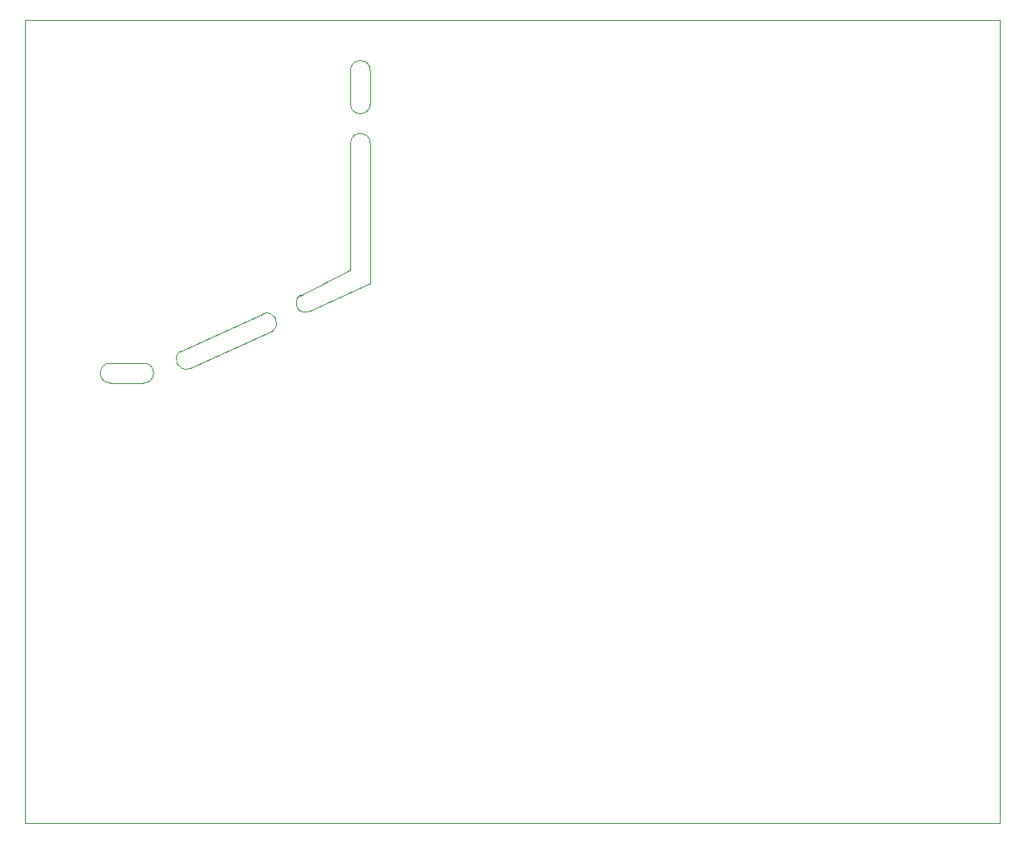
<source format=gbr>
G04 #@! TF.GenerationSoftware,KiCad,Pcbnew,(5.1.7)-1*
G04 #@! TF.CreationDate,2021-01-09T20:06:41-03:00*
G04 #@! TF.ProjectId,PCB_CONTROLADORA_SOLDAGEM,5043425f-434f-44e5-9452-4f4c41444f52,rev?*
G04 #@! TF.SameCoordinates,Original*
G04 #@! TF.FileFunction,Profile,NP*
%FSLAX46Y46*%
G04 Gerber Fmt 4.6, Leading zero omitted, Abs format (unit mm)*
G04 Created by KiCad (PCBNEW (5.1.7)-1) date 2021-01-09 20:06:41*
%MOMM*%
%LPD*%
G01*
G04 APERTURE LIST*
G04 #@! TA.AperFunction,Profile*
%ADD10C,0.050000*%
G04 #@! TD*
G04 APERTURE END LIST*
D10*
X137230000Y-68110000D02*
X137230000Y-71510000D01*
X137230000Y-71510000D02*
G75*
G02*
X135230000Y-71510000I-1000000J0D01*
G01*
X135230000Y-71510000D02*
X135230000Y-68110000D01*
X135230000Y-68110000D02*
G75*
G02*
X137230000Y-68110000I1000000J0D01*
G01*
X135230000Y-75530000D02*
G75*
G02*
X137230000Y-75530000I1000000J0D01*
G01*
X118942125Y-98397279D02*
X127330000Y-94569999D01*
X126323861Y-92856189D02*
G75*
G02*
X127330000Y-94570000I406139J-913811D01*
G01*
X117923861Y-96656189D02*
X126323861Y-92856189D01*
X118942125Y-98397279D02*
G75*
G02*
X117923861Y-96656189I-412125J927279D01*
G01*
X110830000Y-97870000D02*
X114230000Y-97870000D01*
X110830000Y-99870000D02*
G75*
G02*
X110830000Y-97870000I0J1000000D01*
G01*
X114230000Y-97870000D02*
G75*
G02*
X114230000Y-99870000I0J-1000000D01*
G01*
X114230000Y-99870000D02*
X110830000Y-99870000D01*
X131129999Y-92569999D02*
G75*
G02*
X130130001Y-90970001I-499999J799999D01*
G01*
X137230000Y-89770000D02*
X131130000Y-92570000D01*
X135230000Y-88170000D02*
X135230000Y-88370000D01*
X137230000Y-86170000D02*
X137230000Y-89770000D01*
X135230000Y-88370000D02*
X130130000Y-90970000D01*
X135230000Y-86170000D02*
X135230000Y-82170000D01*
X135230000Y-88170000D02*
X135230000Y-86170000D01*
X137230000Y-82170000D02*
X137230000Y-86170000D01*
X137230000Y-79170000D02*
X137230000Y-82170000D01*
X137230000Y-79170000D02*
X137230000Y-75530000D01*
X135230000Y-79170000D02*
X135230000Y-82170000D01*
X135230000Y-75530000D02*
X135230000Y-79170000D01*
X102140000Y-144570000D02*
X102140000Y-62970000D01*
X201140000Y-144570000D02*
X102140000Y-144570000D01*
X201140000Y-62970000D02*
X201140000Y-144570000D01*
X102140000Y-62970000D02*
X201140000Y-62970000D01*
M02*

</source>
